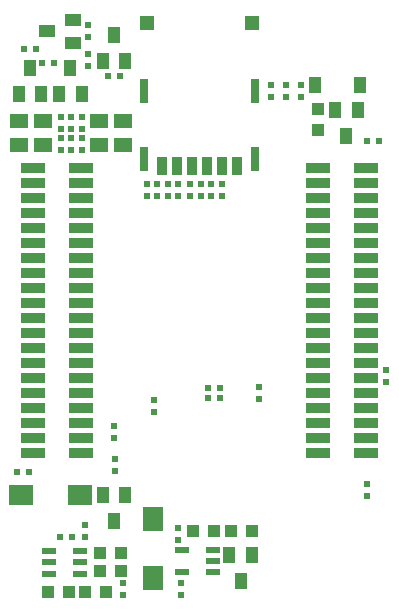
<source format=gbr>
G04 #@! TF.GenerationSoftware,KiCad,Pcbnew,5.1.5-52549c5~84~ubuntu18.04.1*
G04 #@! TF.CreationDate,2020-02-06T13:36:22+02:00*
G04 #@! TF.ProjectId,USB-gLINK_Rev_C,5553422d-674c-4494-9e4b-5f5265765f43,C*
G04 #@! TF.SameCoordinates,Original*
G04 #@! TF.FileFunction,Paste,Bot*
G04 #@! TF.FilePolarity,Positive*
%FSLAX46Y46*%
G04 Gerber Fmt 4.6, Leading zero omitted, Abs format (unit mm)*
G04 Created by KiCad (PCBNEW 5.1.5-52549c5~84~ubuntu18.04.1) date 2020-02-06 13:36:22*
%MOMM*%
%LPD*%
G04 APERTURE LIST*
%ADD10R,0.550000X0.500000*%
%ADD11R,0.500000X0.550000*%
%ADD12R,1.000000X1.400000*%
%ADD13R,1.400000X1.000000*%
%ADD14R,1.700000X2.000000*%
%ADD15R,2.000000X0.900000*%
%ADD16R,1.016000X1.016000*%
%ADD17R,1.284000X1.254000*%
%ADD18R,0.804000X2.054000*%
%ADD19R,0.904000X1.554000*%
%ADD20R,1.524000X1.270000*%
%ADD21R,1.200000X0.550000*%
%ADD22R,2.000000X1.700000*%
G04 APERTURE END LIST*
D10*
X134112000Y-52070000D03*
X134112000Y-53086000D03*
D11*
X136779000Y-56388000D03*
X135763000Y-56388000D03*
D12*
X137220960Y-55082440D03*
X135318500Y-55082440D03*
X136273540Y-52872640D03*
D13*
X132806440Y-51628040D03*
X132806440Y-53530500D03*
X130596640Y-52575460D03*
D14*
X139573000Y-93893000D03*
X139573000Y-98893000D03*
D10*
X133540501Y-61595000D03*
X133540501Y-62611000D03*
D15*
X153543000Y-76835000D03*
X157607000Y-76835000D03*
X153543000Y-78105000D03*
X157607000Y-78105000D03*
X153543000Y-79375000D03*
X157607000Y-79375000D03*
X153543000Y-80645000D03*
X157607000Y-80645000D03*
X153543000Y-81915000D03*
X157607000Y-81915000D03*
X153543000Y-83185000D03*
X157607000Y-83185000D03*
X153543000Y-84455000D03*
X157607000Y-84455000D03*
X153543000Y-85725000D03*
X157607000Y-85725000D03*
X153543000Y-86995000D03*
X157607000Y-86995000D03*
X153543000Y-88265000D03*
X157607000Y-88265000D03*
X157607000Y-75565000D03*
X153543000Y-75565000D03*
X157607000Y-74295000D03*
X153543000Y-74295000D03*
X157607000Y-73025000D03*
X153543000Y-73025000D03*
X157607000Y-71755000D03*
X153543000Y-71755000D03*
X157607000Y-70485000D03*
X153543000Y-70485000D03*
X157607000Y-69215000D03*
X153543000Y-69215000D03*
X157607000Y-67945000D03*
X153543000Y-67945000D03*
X157607000Y-66675000D03*
X153543000Y-66675000D03*
X157607000Y-65405000D03*
X153543000Y-65405000D03*
X157607000Y-64135000D03*
X153543000Y-64135000D03*
X129413000Y-76835000D03*
X133477000Y-76835000D03*
X129413000Y-78105000D03*
X133477000Y-78105000D03*
X129413000Y-79375000D03*
X133477000Y-79375000D03*
X129413000Y-80645000D03*
X133477000Y-80645000D03*
X129413000Y-81915000D03*
X133477000Y-81915000D03*
X129413000Y-83185000D03*
X133477000Y-83185000D03*
X129413000Y-84455000D03*
X133477000Y-84455000D03*
X129413000Y-85725000D03*
X133477000Y-85725000D03*
X129413000Y-86995000D03*
X133477000Y-86995000D03*
X129413000Y-88265000D03*
X133477000Y-88265000D03*
X133477000Y-75565000D03*
X129413000Y-75565000D03*
X133477000Y-74295000D03*
X129413000Y-74295000D03*
X133477000Y-73025000D03*
X129413000Y-73025000D03*
X133477000Y-71755000D03*
X129413000Y-71755000D03*
X133477000Y-70485000D03*
X129413000Y-70485000D03*
X133477000Y-69215000D03*
X129413000Y-69215000D03*
X133477000Y-67945000D03*
X129413000Y-67945000D03*
X133477000Y-66675000D03*
X129413000Y-66675000D03*
X133477000Y-65405000D03*
X129413000Y-65405000D03*
X133477000Y-64135000D03*
X129413000Y-64135000D03*
D16*
X132461000Y-100076000D03*
X130683000Y-100076000D03*
X135636000Y-100076000D03*
X133858000Y-100076000D03*
D17*
X147975000Y-51895000D03*
X139045000Y-51895000D03*
D18*
X148215000Y-63365000D03*
X138805000Y-63365000D03*
X148215000Y-57615000D03*
X138805000Y-57615000D03*
D19*
X144145000Y-63985000D03*
X146685000Y-63985000D03*
X140335000Y-63985000D03*
X141605000Y-63985000D03*
X142875000Y-63985000D03*
X145415000Y-63985000D03*
D12*
X146052540Y-96901000D03*
X147955000Y-96901000D03*
X146999960Y-99110800D03*
D11*
X131699000Y-95377000D03*
X132715000Y-95377000D03*
D16*
X135128000Y-96774000D03*
X136906000Y-96774000D03*
X144780000Y-94869000D03*
X143002000Y-94869000D03*
D10*
X142748000Y-66548000D03*
X142748000Y-65532000D03*
X141732000Y-66548000D03*
X141732000Y-65532000D03*
X139065000Y-66548000D03*
X139065000Y-65532000D03*
X132651501Y-61595000D03*
X132651501Y-62611000D03*
X131762500Y-61595000D03*
X131762500Y-62611000D03*
D20*
X128269999Y-60198000D03*
X128269999Y-62230000D03*
D10*
X132651501Y-59817001D03*
X132651501Y-60833001D03*
X133540499Y-59817000D03*
X133540499Y-60833000D03*
D12*
X135321040Y-91856560D03*
X137223500Y-91856560D03*
X136268460Y-94066360D03*
D10*
X133858000Y-94361000D03*
X133858000Y-95377000D03*
X141986000Y-99314000D03*
X141986000Y-100330000D03*
X141732000Y-94615000D03*
X141732000Y-95631000D03*
D11*
X130175000Y-55245000D03*
X131191000Y-55245000D03*
D10*
X134112000Y-55499000D03*
X134112000Y-54483000D03*
D11*
X128651000Y-54038500D03*
X129667000Y-54038500D03*
D10*
X157734000Y-90932000D03*
X157734000Y-91948000D03*
X144526000Y-65532000D03*
X144526000Y-66548000D03*
X143637000Y-65532000D03*
X143637000Y-66548000D03*
X140843000Y-65532000D03*
X140843000Y-66548000D03*
X139954000Y-65532000D03*
X139954000Y-66548000D03*
D12*
X130108960Y-57876440D03*
X128206500Y-57876440D03*
X129161540Y-55666640D03*
X133537960Y-57876440D03*
X131635500Y-57876440D03*
X132590540Y-55666640D03*
D21*
X144683000Y-96456500D03*
X144683000Y-97406500D03*
X144683000Y-98356500D03*
X142083000Y-96456500D03*
X142083000Y-98356500D03*
D10*
X137033000Y-100330000D03*
X137033000Y-99314000D03*
D16*
X147955000Y-94869000D03*
X146177000Y-94869000D03*
D10*
X145415000Y-65532000D03*
X145415000Y-66548000D03*
D20*
X137033000Y-62230000D03*
X137033000Y-60198000D03*
X135001000Y-60198000D03*
X135001000Y-62230000D03*
X130301999Y-62230000D03*
X130301999Y-60198000D03*
D10*
X131762502Y-60833000D03*
X131762502Y-59817000D03*
D22*
X133437000Y-91821000D03*
X128437000Y-91821000D03*
D16*
X136906000Y-98298000D03*
X135128000Y-98298000D03*
D21*
X133380100Y-96586000D03*
X133380100Y-97536000D03*
X133380100Y-98486000D03*
X130779900Y-98486000D03*
X130779900Y-97536000D03*
X130779900Y-96586000D03*
D10*
X139700000Y-83820000D03*
X139700000Y-84836000D03*
D11*
X144271999Y-83629500D03*
X145287999Y-83629500D03*
X144272000Y-82740501D03*
X145288000Y-82740501D03*
D10*
X136271000Y-86995000D03*
X136271000Y-85979000D03*
D11*
X128079500Y-89916000D03*
X129095500Y-89916000D03*
D10*
X159321500Y-82232500D03*
X159321500Y-81216500D03*
X148526500Y-82677000D03*
X148526500Y-83693000D03*
X136398000Y-88773000D03*
X136398000Y-89789000D03*
X150876000Y-57150000D03*
X150876000Y-58166000D03*
X149606000Y-58166000D03*
X149606000Y-57150000D03*
D16*
X153543000Y-60960000D03*
X153543000Y-59182000D03*
D12*
X153294000Y-57150000D03*
X157094000Y-57150000D03*
X155953460Y-61427360D03*
X156908500Y-59217560D03*
X155006040Y-59217560D03*
D11*
X157734000Y-61849000D03*
X158750000Y-61849000D03*
D10*
X152146000Y-58166000D03*
X152146000Y-57150000D03*
M02*

</source>
